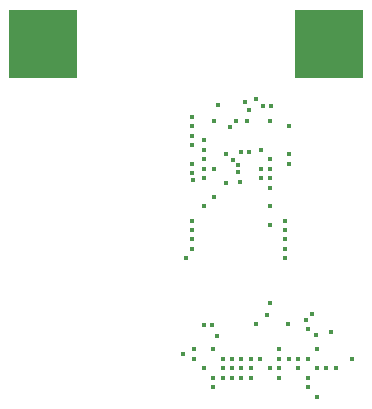
<source format=gbr>
%TF.GenerationSoftware,KiCad,Pcbnew,9.0.4-9.0.4-0~ubuntu24.04.1*%
%TF.CreationDate,2025-08-22T19:02:33+03:00*%
%TF.ProjectId,ThingsCore-1,5468696e-6773-4436-9f72-652d312e6b69,rev?*%
%TF.SameCoordinates,Original*%
%TF.FileFunction,Copper,L4,Inr*%
%TF.FilePolarity,Positive*%
%FSLAX46Y46*%
G04 Gerber Fmt 4.6, Leading zero omitted, Abs format (unit mm)*
G04 Created by KiCad (PCBNEW 9.0.4-9.0.4-0~ubuntu24.04.1) date 2025-08-22 19:02:33*
%MOMM*%
%LPD*%
G01*
G04 APERTURE LIST*
%TA.AperFunction,ComponentPad*%
%ADD10R,5.800000X5.800000*%
%TD*%
%TA.AperFunction,ViaPad*%
%ADD11C,0.450000*%
%TD*%
G04 APERTURE END LIST*
D10*
%TO.N,*%
%TO.C,U1*%
X15307328Y-15308537D03*
X39486338Y-15314455D03*
%TD*%
D11*
%TO.N,/DDR3/DDR_VREF*%
X28000000Y-26900000D03*
%TO.N,1V35_DDR*%
X28950000Y-26700000D03*
%TO.N,GND*%
X29750000Y-28300000D03*
X38500000Y-45200000D03*
X32900000Y-42800000D03*
X31300000Y-42000000D03*
X34600000Y-20600000D03*
X36900000Y-42000000D03*
X27950000Y-26300000D03*
X35800000Y-30300000D03*
X27950000Y-23900000D03*
X35800000Y-31900000D03*
X27950000Y-22300000D03*
X36150000Y-25500000D03*
X29750000Y-21900000D03*
X27400000Y-33500000D03*
X34550000Y-27500000D03*
X34550000Y-25100000D03*
X27950000Y-31900000D03*
X29700000Y-44400000D03*
X27150000Y-41600000D03*
X33750000Y-24300000D03*
X27950000Y-30300000D03*
X34550000Y-25900000D03*
X35800000Y-33500000D03*
X31300000Y-43600000D03*
X37700000Y-44400000D03*
X40100000Y-42800000D03*
X28950000Y-25100000D03*
%TO.N,1V35_DDR*%
X27950000Y-21500000D03*
X35800000Y-32700000D03*
X35800000Y-31100000D03*
X28950000Y-29100000D03*
X33900000Y-20600000D03*
X27950000Y-25500000D03*
X36150000Y-24700000D03*
X27950000Y-31100000D03*
X33750000Y-25900000D03*
X27950000Y-32700000D03*
X27950000Y-23100000D03*
X34550000Y-29100000D03*
X34550000Y-26700000D03*
X28950000Y-24300000D03*
%TO.N,/DDR3/DDR_VREF*%
X34550000Y-30700000D03*
%TO.N,/DDR3/DDR_CKE*%
X37750002Y-39500000D03*
X35300000Y-42800000D03*
%TO.N,/DDR3/DDR_D1*%
X31350000Y-25150000D03*
X28950000Y-42750000D03*
%TO.N,/DDR3/DDR_D13*%
X32370000Y-20220000D03*
X38500000Y-41200000D03*
%TO.N,/DDR3/DDR_D6*%
X29750000Y-25900000D03*
X30500000Y-42800000D03*
%TO.N,/DDR3/DDR_D3*%
X30000000Y-40100000D03*
X32050000Y-24450000D03*
%TO.N,/DDR3/DDR_DQS0N*%
X31850000Y-25573400D03*
X28923400Y-39150000D03*
%TO.N,/DDR3/DDR_DQS1N*%
X38048619Y-38201381D03*
X31114906Y-22388846D03*
%TO.N,/DDR3/DDR_D4*%
X28100000Y-42000000D03*
X30800000Y-27100000D03*
%TO.N,/DDR3/DDR_A4*%
X36000000Y-39050000D03*
X36900000Y-42800000D03*
%TO.N,/DDR3/DDR_A11*%
X34500000Y-37300000D03*
X35300000Y-43600000D03*
%TO.N,/DDR3/DDR_A1*%
X35300000Y-42000000D03*
X34250000Y-38300000D03*
%TO.N,/DDR3/DDR_DQS1P*%
X31612144Y-21891608D03*
X37551381Y-38698619D03*
%TO.N,/DDR3/DDR_D0*%
X30750000Y-24700000D03*
X28100000Y-41200000D03*
%TO.N,/DDR3/DDR_DQS0P*%
X29576600Y-39150000D03*
X31850000Y-26226600D03*
%TO.N,/DDR3/DDR_A13*%
X31300000Y-42800000D03*
%TO.N,/DDR3/DDR_ODT*%
X32900000Y-42000000D03*
%TO.N,/DDR3/DDR_DQM1*%
X28950000Y-23500000D03*
X37700000Y-43600000D03*
%TO.N,/DDR3/DDR_A7*%
X32100000Y-42800000D03*
%TO.N,/DDR3/DDR_D10*%
X38500000Y-42800000D03*
X32550000Y-21900000D03*
%TO.N,/DDR3/DDR_D12*%
X33350000Y-20010000D03*
X39300000Y-42800000D03*
%TO.N,/DDR3/DDR_BA2*%
X32100000Y-43600000D03*
%TO.N,/DDR3/DDR_D15*%
X30150000Y-20550000D03*
X41450000Y-42000000D03*
%TO.N,/DDR3/DDR_A10*%
X33350000Y-39050000D03*
X34500000Y-42800000D03*
%TO.N,/DDR3/DDR_D2*%
X28950000Y-25900000D03*
X30500000Y-43600000D03*
%TO.N,/DDR3/DDR_WEN*%
X32900000Y-43600000D03*
%TO.N,/DDR3/DDR_D8*%
X37700000Y-42000000D03*
X36100000Y-22300000D03*
%TO.N,/DDR3/DDR_A3*%
X32100000Y-42000000D03*
%TO.N,/DDR3/DDR_D5*%
X29700000Y-41200000D03*
X31950000Y-27000000D03*
%TO.N,/DDR3/DDR_D14*%
X34550000Y-21900000D03*
X39700000Y-39700000D03*
%TO.N,/DDR3/DDR_A8*%
X35300000Y-41200000D03*
X36100000Y-42000000D03*
%TO.N,/DDR3/DDR_D7*%
X33750000Y-26700000D03*
X30500000Y-42000000D03*
%TO.N,/DDR3/DDR_D9*%
X32750000Y-20950000D03*
X38400000Y-40000000D03*
%TO.N,/DDR3/DDR_DQM0*%
X29700000Y-43600000D03*
X32700000Y-24450000D03*
%TO.N,/DDR3/DDR_CASN*%
X33700000Y-42000000D03*
%TD*%
M02*

</source>
